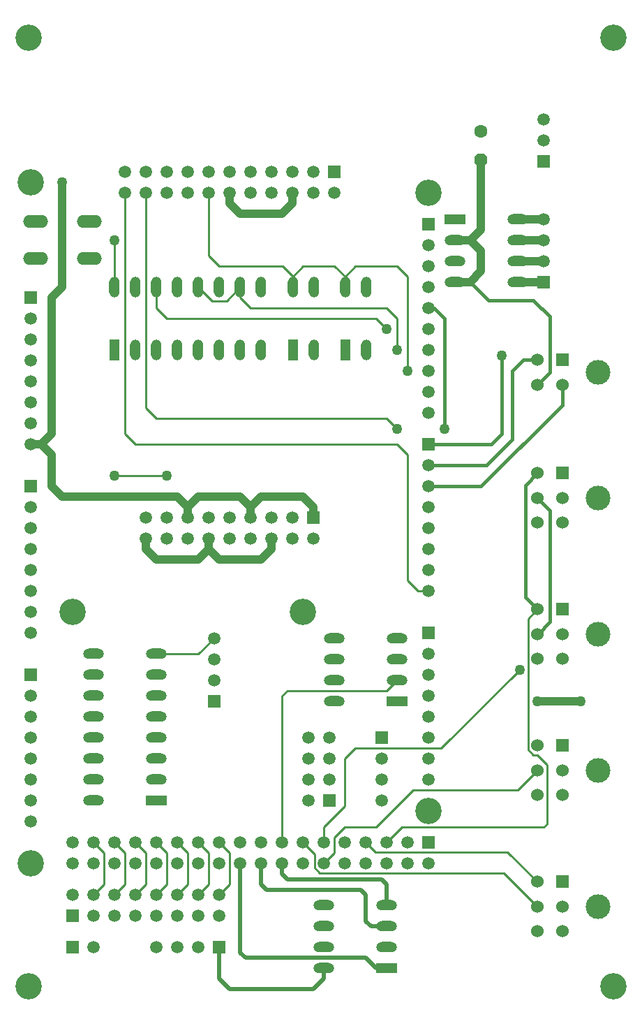
<source format=gbl>
G04 Layer_Physical_Order=2*
G04 Layer_Color=16711680*
%FSLAX44Y44*%
%MOMM*%
G71*
G01*
G75*
%ADD12C,1.0160*%
%ADD13C,0.2540*%
%ADD14C,0.5080*%
%ADD15C,0.3810*%
%ADD16C,1.5000*%
%ADD17R,1.5000X1.5000*%
%ADD18R,1.5000X1.5000*%
%ADD19P,1.7321X8X292.5*%
%ADD20C,1.6002*%
%ADD21C,3.0000*%
%ADD22C,1.5301*%
%ADD23R,1.5301X1.5301*%
%ADD24O,3.0480X1.5240*%
%ADD25O,2.5400X1.2700*%
%ADD26R,2.5400X1.2700*%
%ADD27O,1.2700X2.5400*%
%ADD28R,1.2700X2.5400*%
%ADD29C,3.2000*%
%ADD30C,1.2700*%
D12*
X652700Y381000D02*
X704850D01*
X336550Y628650D02*
X368300D01*
X292100D02*
X304800Y615950D01*
X241300Y628650D02*
X292100D01*
X228600Y615950D02*
X241300Y628650D01*
X228600Y603250D02*
Y615950D01*
X254000Y565150D02*
X266700Y552450D01*
X317500D01*
X330200Y565150D01*
Y577850D01*
X381000Y603250D02*
Y615950D01*
X304800Y603250D02*
Y615950D01*
X254000Y565150D02*
Y577850D01*
X241300Y552450D02*
X254000Y565150D01*
X190500Y552450D02*
X241300D01*
X177800Y565150D02*
X190500Y552450D01*
X177800Y565150D02*
Y577850D01*
X215900Y628650D02*
X228600Y615950D01*
X38100Y692150D02*
X50800D01*
X63500Y679450D01*
Y641350D02*
Y679450D01*
Y641350D02*
X76200Y628650D01*
X215900D01*
X571409Y939709D02*
X584018Y927100D01*
Y901882D02*
Y927100D01*
X571045Y888909D02*
X584018Y901882D01*
X558800Y888909D02*
X571045D01*
X635000Y965109D02*
X660309D01*
X660400Y965200D01*
X635091Y939800D02*
X660400D01*
X635091Y914400D02*
X660400D01*
X635091Y889000D02*
X660400D01*
X368300Y628650D02*
X381000Y615950D01*
X304800D02*
X317500Y628650D01*
X336550D01*
X50800Y692150D02*
X63500Y704850D01*
Y869950D01*
X76200Y882650D01*
X355600Y984250D02*
Y996950D01*
X342900Y971550D02*
X355600Y984250D01*
X292100Y971550D02*
X342900D01*
X279400Y984250D02*
X292100Y971550D01*
X279400Y984250D02*
Y996950D01*
X76200Y882650D02*
Y1009650D01*
X584200Y952500D02*
Y1036600D01*
X571409Y939709D02*
X584200Y952500D01*
X558800Y939709D02*
X571409D01*
D13*
X419100Y311150D02*
X431800Y323850D01*
X419100Y254000D02*
Y311150D01*
X393700Y228600D02*
X419100Y254000D01*
X393700Y209550D02*
Y228600D01*
X457200D02*
X501650Y273050D01*
X419100Y228600D02*
X457200D01*
X406400Y215900D02*
X419100Y228600D01*
X406400Y196850D02*
Y215900D01*
X393700Y184150D02*
X406400Y196850D01*
X501650Y273050D02*
X628900D01*
X444500Y209550D02*
X455930Y198120D01*
X616329D01*
X558800Y888909D02*
Y889000D01*
Y939709D02*
Y939800D01*
X635000Y965109D02*
Y965200D01*
X190500Y438150D02*
X241300D01*
X260350Y457200D01*
X241300Y882650D02*
X257810Y866140D01*
X275590D01*
X292100Y882650D01*
X431800Y323850D02*
X535940D01*
X630936Y418846D01*
X611730Y172720D02*
X652700Y131750D01*
X388620Y172720D02*
X611730D01*
X382270Y179070D02*
X388620Y172720D01*
X382270Y179070D02*
Y195580D01*
X368300Y209550D02*
X382270Y195580D01*
X641096Y480346D02*
X652700Y491950D01*
X641096Y321818D02*
Y480346D01*
Y321818D02*
X647700Y315214D01*
X652780D01*
X664210Y303784D01*
Y231648D02*
Y303784D01*
X660400Y227838D02*
X664210Y231648D01*
X488188Y227838D02*
X660400D01*
X469900Y209550D02*
X488188Y227838D01*
X628900Y273050D02*
X652700Y296850D01*
X616329Y198120D02*
X652700Y161750D01*
X628650Y965200D02*
X635000D01*
X552450Y939800D02*
X558800D01*
X552450Y889000D02*
X558800D01*
X628650Y939800D02*
X635091D01*
X628650Y914400D02*
X635091D01*
X628650Y889000D02*
X635091D01*
X469900Y393700D02*
X482600Y406400D01*
X349250Y393700D02*
X469900D01*
X342900Y387350D02*
X349250Y393700D01*
X342900Y209550D02*
Y387350D01*
X266700Y146050D02*
X279400Y158750D01*
Y196850D01*
X266700Y209550D02*
X279400Y196850D01*
X241300Y146050D02*
X254000Y158750D01*
Y196850D01*
X241300Y209550D02*
X254000Y196850D01*
X215900Y146050D02*
X228600Y158750D01*
Y196850D01*
X215900Y209550D02*
X228600Y196850D01*
X190500Y146050D02*
X203200Y158750D01*
Y196850D01*
X190500Y209550D02*
X203200Y196850D01*
X165100Y146050D02*
X177800Y158750D01*
Y196850D01*
X165100Y209550D02*
X177800Y196850D01*
X139700Y146050D02*
X152400Y158750D01*
Y196850D01*
X139700Y209550D02*
X152400Y196850D01*
X114300Y146050D02*
X127000Y158750D01*
Y196850D01*
X114300Y209550D02*
X127000Y196850D01*
X139700Y654050D02*
X203200D01*
X355691Y895441D02*
X368300Y908050D01*
X406400D01*
X419191Y895259D01*
Y882650D02*
Y895259D01*
X431800Y907868D01*
X482418D01*
X494936Y895350D01*
Y781414D02*
Y895350D01*
X482600Y806450D02*
Y844550D01*
X469900Y857250D02*
X482600Y844550D01*
X304800Y857250D02*
X469900D01*
X292100Y869950D02*
X304800Y857250D01*
X292100Y869950D02*
Y882650D01*
X457200Y844550D02*
X469900Y831850D01*
X203200Y844550D02*
X457200D01*
X190500Y857250D02*
X203200Y844550D01*
X190500Y857250D02*
Y882650D01*
X355691D02*
Y895441D01*
X343082Y908050D02*
X355691Y895441D01*
X266700Y908050D02*
X343082D01*
X254000Y920750D02*
X266700Y908050D01*
X254000Y920750D02*
Y996950D01*
X152400Y704850D02*
Y996950D01*
Y704850D02*
X165100Y692150D01*
X482600D01*
X177800Y736600D02*
Y996950D01*
Y736600D02*
X190500Y723900D01*
X508000Y514350D02*
X520700D01*
X495300Y527050D02*
X508000Y514350D01*
X495300Y527050D02*
Y679450D01*
X482600Y692150D02*
X495300Y679450D01*
X190500Y723900D02*
X469900D01*
X482600Y711200D01*
X139700Y882650D02*
Y939800D01*
D14*
X457200Y57150D02*
X469900D01*
X444500Y69850D02*
X457200Y57150D01*
X298450Y69850D02*
X444500D01*
X292100Y76200D02*
X298450Y69850D01*
X292100Y76200D02*
Y184150D01*
X450850Y107950D02*
X469900D01*
X444500Y114300D02*
X450850Y107950D01*
X444500Y114300D02*
Y146050D01*
X438150Y152400D02*
X444500Y146050D01*
X323850Y152400D02*
X438150D01*
X317500Y158750D02*
X323850Y152400D01*
X317500Y158750D02*
Y184150D01*
X469900Y133350D02*
Y158750D01*
X463550Y165100D02*
X469900Y158750D01*
X349250Y165100D02*
X463550D01*
X342900Y171450D02*
X349250Y165100D01*
X342900Y171450D02*
Y184150D01*
X393700Y44450D02*
Y57150D01*
X381000Y31750D02*
X393700Y44450D01*
X279400Y31750D02*
X381000D01*
X266700Y44450D02*
X279400Y31750D01*
X266700Y44450D02*
Y82550D01*
D15*
X652700Y627050D02*
X667700Y612050D01*
Y476750D02*
Y612050D01*
X652900Y461950D02*
X667700Y476750D01*
X652700Y461950D02*
X652900D01*
X637900Y506750D02*
X652700Y491950D01*
X637700Y506750D02*
X637900D01*
X637700D02*
Y642050D01*
X652700Y657050D01*
X682700Y739850D02*
Y764449D01*
X584200Y641350D02*
X682700Y739850D01*
X520700Y641350D02*
X584200D01*
X520700Y666750D02*
X590550D01*
X622300Y698500D01*
Y781050D01*
X635701Y794451D01*
X652700D01*
X609600Y704850D02*
Y800100D01*
X596900Y692150D02*
X609600Y704850D01*
X520700Y692150D02*
X596900D01*
X539750Y711200D02*
Y844550D01*
X527050Y857250D02*
X539750Y844550D01*
X520700Y857250D02*
X527050D01*
X571045Y888909D02*
X593204Y866750D01*
X647700D01*
X667700Y846750D01*
Y779449D02*
Y846750D01*
X652700Y764449D02*
X667700Y779449D01*
D16*
X381000Y577850D02*
D03*
X355600Y603250D02*
D03*
Y577850D02*
D03*
X330200Y603250D02*
D03*
Y577850D02*
D03*
X304800Y603250D02*
D03*
Y577850D02*
D03*
X279400Y603250D02*
D03*
Y577850D02*
D03*
X254000Y603250D02*
D03*
Y577850D02*
D03*
X228600Y603250D02*
D03*
Y577850D02*
D03*
X203200Y603250D02*
D03*
Y577850D02*
D03*
X177800Y603250D02*
D03*
Y577850D02*
D03*
X266700Y146050D02*
D03*
Y120650D02*
D03*
X241300Y146050D02*
D03*
Y120650D02*
D03*
X215900Y146050D02*
D03*
Y120650D02*
D03*
X190500Y146050D02*
D03*
Y120650D02*
D03*
X165100Y146050D02*
D03*
Y120650D02*
D03*
X139700Y146050D02*
D03*
Y120650D02*
D03*
X114300Y146050D02*
D03*
Y120650D02*
D03*
X88900Y146050D02*
D03*
Y184150D02*
D03*
Y209550D02*
D03*
X114300Y184150D02*
D03*
Y209550D02*
D03*
X139700Y184150D02*
D03*
Y209550D02*
D03*
X165100Y184150D02*
D03*
Y209550D02*
D03*
X190500Y184150D02*
D03*
Y209550D02*
D03*
X215900Y184150D02*
D03*
Y209550D02*
D03*
X241300Y184150D02*
D03*
Y209550D02*
D03*
X266700Y184150D02*
D03*
Y209550D02*
D03*
X292100Y184150D02*
D03*
Y209550D02*
D03*
X317500Y184150D02*
D03*
Y209550D02*
D03*
X342900Y184150D02*
D03*
Y209550D02*
D03*
X368300Y184150D02*
D03*
Y209550D02*
D03*
X393700Y184150D02*
D03*
Y209550D02*
D03*
X419100Y184150D02*
D03*
Y209550D02*
D03*
X444500Y184150D02*
D03*
Y209550D02*
D03*
X469900Y184150D02*
D03*
Y209550D02*
D03*
X495300Y184150D02*
D03*
Y209550D02*
D03*
X520700Y184150D02*
D03*
X152400Y996950D02*
D03*
Y1022350D02*
D03*
X177800Y996950D02*
D03*
Y1022350D02*
D03*
X203200Y996950D02*
D03*
Y1022350D02*
D03*
X228600Y996950D02*
D03*
Y1022350D02*
D03*
X254000Y996950D02*
D03*
Y1022350D02*
D03*
X279400Y996950D02*
D03*
Y1022350D02*
D03*
X304800Y996950D02*
D03*
Y1022350D02*
D03*
X330200Y996950D02*
D03*
Y1022350D02*
D03*
X355600Y996950D02*
D03*
Y1022350D02*
D03*
X381000Y996950D02*
D03*
Y1022350D02*
D03*
X406400Y996950D02*
D03*
X374650Y336550D02*
D03*
X400050D02*
D03*
X374650Y311150D02*
D03*
X400050D02*
D03*
X374650Y285750D02*
D03*
X400050D02*
D03*
X374650Y260350D02*
D03*
X520700Y933450D02*
D03*
Y882650D02*
D03*
Y857250D02*
D03*
Y831850D02*
D03*
Y806450D02*
D03*
Y781050D02*
D03*
Y755650D02*
D03*
Y730250D02*
D03*
Y908050D02*
D03*
Y666750D02*
D03*
Y615950D02*
D03*
Y590550D02*
D03*
Y565150D02*
D03*
Y539750D02*
D03*
Y514350D02*
D03*
Y641350D02*
D03*
X38100Y844550D02*
D03*
Y793750D02*
D03*
Y768350D02*
D03*
Y742950D02*
D03*
Y717550D02*
D03*
Y692150D02*
D03*
Y819150D02*
D03*
X520700Y438150D02*
D03*
Y387350D02*
D03*
Y361950D02*
D03*
Y336550D02*
D03*
Y311150D02*
D03*
Y285750D02*
D03*
Y412750D02*
D03*
X38100Y615950D02*
D03*
Y565150D02*
D03*
Y539750D02*
D03*
Y514350D02*
D03*
Y488950D02*
D03*
Y463550D02*
D03*
Y590550D02*
D03*
Y387350D02*
D03*
Y336550D02*
D03*
Y311150D02*
D03*
Y285750D02*
D03*
Y260350D02*
D03*
Y234950D02*
D03*
Y361950D02*
D03*
X241300Y82550D02*
D03*
X215900D02*
D03*
X190500D02*
D03*
X260350Y406400D02*
D03*
Y431800D02*
D03*
Y457200D02*
D03*
X463550Y311150D02*
D03*
Y285750D02*
D03*
Y260350D02*
D03*
X660400Y1060450D02*
D03*
Y1085850D02*
D03*
Y914400D02*
D03*
Y939800D02*
D03*
Y965200D02*
D03*
X114300Y82550D02*
D03*
D17*
X381000Y603250D02*
D03*
X88900Y120650D02*
D03*
X520700Y209550D02*
D03*
X406400Y1022350D02*
D03*
X266700Y82550D02*
D03*
X88900D02*
D03*
D18*
X400050Y260350D02*
D03*
X520700Y958850D02*
D03*
Y692150D02*
D03*
X38100Y869950D02*
D03*
X520700Y463550D02*
D03*
X38100Y641350D02*
D03*
Y412750D02*
D03*
X260350Y381000D02*
D03*
X463550Y336550D02*
D03*
X660400Y1035050D02*
D03*
Y889000D02*
D03*
D19*
X584200Y1036600D02*
D03*
D20*
Y1071600D02*
D03*
D21*
X725900Y131750D02*
D03*
Y296850D02*
D03*
Y461950D02*
D03*
Y627050D02*
D03*
Y779450D02*
D03*
D22*
X652700Y101750D02*
D03*
Y131750D02*
D03*
X682700Y101750D02*
D03*
Y131750D02*
D03*
X652700Y161750D02*
D03*
Y266850D02*
D03*
Y296850D02*
D03*
X682700Y266850D02*
D03*
Y296850D02*
D03*
X652700Y326850D02*
D03*
Y431950D02*
D03*
Y461950D02*
D03*
X682700Y431950D02*
D03*
Y461950D02*
D03*
X652700Y491950D02*
D03*
Y597050D02*
D03*
Y627050D02*
D03*
X682700Y597050D02*
D03*
Y627050D02*
D03*
X652700Y657050D02*
D03*
Y764449D02*
D03*
X682700D02*
D03*
X652700Y794451D02*
D03*
D23*
X682700Y161750D02*
D03*
Y326850D02*
D03*
Y491950D02*
D03*
Y657050D02*
D03*
Y794451D02*
D03*
D24*
X43688Y962406D02*
D03*
Y917194D02*
D03*
X108712Y962406D02*
D03*
Y917194D02*
D03*
D25*
X406400Y457200D02*
D03*
Y431800D02*
D03*
Y406400D02*
D03*
Y381000D02*
D03*
X482600Y457200D02*
D03*
Y431800D02*
D03*
Y406400D02*
D03*
X393700Y133350D02*
D03*
Y107950D02*
D03*
Y82550D02*
D03*
Y57150D02*
D03*
X469900Y133350D02*
D03*
Y107950D02*
D03*
Y82550D02*
D03*
X628650Y889000D02*
D03*
Y914400D02*
D03*
Y939800D02*
D03*
Y965200D02*
D03*
X552450Y889000D02*
D03*
Y914400D02*
D03*
Y939800D02*
D03*
X114300Y438150D02*
D03*
Y412750D02*
D03*
Y387350D02*
D03*
Y361950D02*
D03*
Y336550D02*
D03*
Y311150D02*
D03*
Y285750D02*
D03*
Y260350D02*
D03*
X190500Y438150D02*
D03*
Y412750D02*
D03*
Y387350D02*
D03*
Y361950D02*
D03*
Y336550D02*
D03*
Y311150D02*
D03*
Y285750D02*
D03*
D26*
X482600Y381000D02*
D03*
X469900Y57150D02*
D03*
X552450Y965200D02*
D03*
X190500Y260350D02*
D03*
D27*
X381091Y882650D02*
D03*
X355691D02*
D03*
X381091Y806450D02*
D03*
X444591Y882650D02*
D03*
X419191D02*
D03*
X444591Y806450D02*
D03*
X317500Y882650D02*
D03*
X292100D02*
D03*
X266700D02*
D03*
X241300D02*
D03*
X215900D02*
D03*
X190500D02*
D03*
X165100D02*
D03*
X139700D02*
D03*
X317500Y806450D02*
D03*
X292100D02*
D03*
X266700D02*
D03*
X241300D02*
D03*
X215900D02*
D03*
X190500D02*
D03*
X165100D02*
D03*
D28*
X355691D02*
D03*
X419191D02*
D03*
X139700D02*
D03*
D29*
X520700Y996950D02*
D03*
X38100Y1009650D02*
D03*
X368300Y488950D02*
D03*
X88900D02*
D03*
X520700Y247650D02*
D03*
X38100Y184150D02*
D03*
X745000Y1185000D02*
D03*
X35000Y35000D02*
D03*
X745000D02*
D03*
X35000Y1185000D02*
D03*
D30*
X630936Y418846D02*
D03*
X652700Y381000D02*
D03*
X704850D02*
D03*
X609600Y800100D02*
D03*
X539750Y711200D02*
D03*
X139700Y654050D02*
D03*
X203200D02*
D03*
X495300Y781050D02*
D03*
X482600Y806450D02*
D03*
X469900Y831850D02*
D03*
X76200Y1009650D02*
D03*
X482600Y711200D02*
D03*
X139700Y939800D02*
D03*
M02*

</source>
